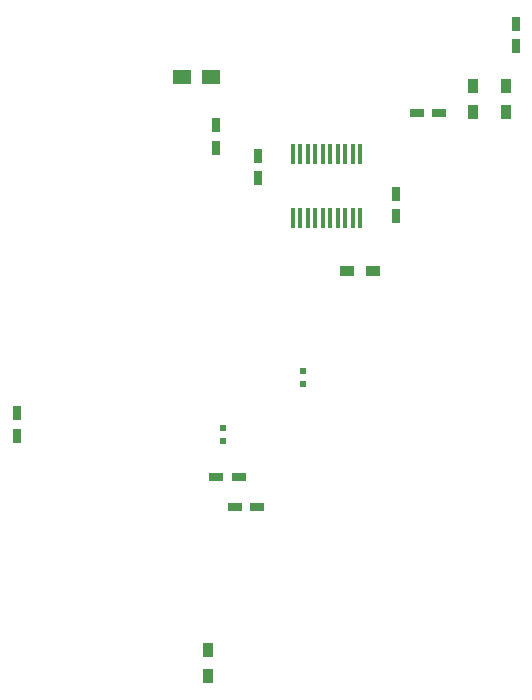
<source format=gbr>
G04 #@! TF.FileFunction,Paste,Top*
%FSLAX46Y46*%
G04 Gerber Fmt 4.6, Leading zero omitted, Abs format (unit mm)*
G04 Created by KiCad (PCBNEW 4.0.4-stable) date Fri Dec  2 08:04:54 2016*
%MOMM*%
%LPD*%
G01*
G04 APERTURE LIST*
%ADD10C,0.100000*%
%ADD11R,0.750000X1.200000*%
%ADD12R,1.200000X0.750000*%
%ADD13R,0.500000X0.600000*%
%ADD14R,1.500000X1.250000*%
%ADD15R,0.900000X1.200000*%
%ADD16R,1.200000X0.900000*%
%ADD17R,0.350000X1.700000*%
G04 APERTURE END LIST*
D10*
D11*
X236290000Y-73480000D03*
X236290000Y-71580000D03*
D12*
X229840000Y-79130000D03*
X227940000Y-79130000D03*
D11*
X214490000Y-84680000D03*
X214490000Y-82780000D03*
X210890000Y-80180000D03*
X210890000Y-82080000D03*
X226190000Y-85980000D03*
X226190000Y-87880000D03*
D12*
X212540000Y-112530000D03*
X214440000Y-112530000D03*
X210940000Y-109930000D03*
X212840000Y-109930000D03*
D11*
X194090000Y-104580000D03*
X194090000Y-106480000D03*
D13*
X211490000Y-105780000D03*
X211490000Y-106880000D03*
X218290000Y-100980000D03*
X218290000Y-102080000D03*
D14*
X208040000Y-76130000D03*
X210540000Y-76130000D03*
D15*
X232690000Y-79030000D03*
X232690000Y-76830000D03*
X235490000Y-79030000D03*
X235490000Y-76830000D03*
X210290000Y-126830000D03*
X210290000Y-124630000D03*
D16*
X221990000Y-92530000D03*
X224190000Y-92530000D03*
D17*
X217432500Y-88030000D03*
X218067500Y-88030000D03*
X218702500Y-88030000D03*
X219337500Y-88030000D03*
X219972500Y-88030000D03*
X220607500Y-88030000D03*
X221242500Y-88030000D03*
X221877500Y-88030000D03*
X222512500Y-88030000D03*
X223147500Y-88030000D03*
X223147500Y-82630000D03*
X222512500Y-82630000D03*
X221877500Y-82630000D03*
X221242500Y-82630000D03*
X220607500Y-82630000D03*
X219972500Y-82630000D03*
X219337500Y-82630000D03*
X218702500Y-82630000D03*
X218067500Y-82630000D03*
X217432500Y-82630000D03*
M02*

</source>
